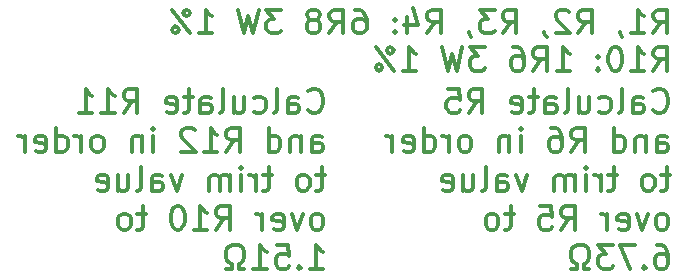
<source format=gbr>
G04 #@! TF.GenerationSoftware,KiCad,Pcbnew,(5.0.0)*
G04 #@! TF.CreationDate,2018-09-29T19:01:10+02:00*
G04 #@! TF.ProjectId,16db attenuator,3136646220617474656E7561746F722E,rev?*
G04 #@! TF.SameCoordinates,Original*
G04 #@! TF.FileFunction,Legend,Bot*
G04 #@! TF.FilePolarity,Positive*
%FSLAX46Y46*%
G04 Gerber Fmt 4.6, Leading zero omitted, Abs format (unit mm)*
G04 Created by KiCad (PCBNEW (5.0.0)) date 09/29/18 19:01:10*
%MOMM*%
%LPD*%
G01*
G04 APERTURE LIST*
%ADD10C,0.300000*%
G04 APERTURE END LIST*
D10*
X147410952Y-103969285D02*
X147506190Y-104064523D01*
X147791904Y-104159761D01*
X147982380Y-104159761D01*
X148268095Y-104064523D01*
X148458571Y-103874047D01*
X148553809Y-103683571D01*
X148649047Y-103302619D01*
X148649047Y-103016904D01*
X148553809Y-102635952D01*
X148458571Y-102445476D01*
X148268095Y-102255000D01*
X147982380Y-102159761D01*
X147791904Y-102159761D01*
X147506190Y-102255000D01*
X147410952Y-102350238D01*
X145696666Y-104159761D02*
X145696666Y-103112142D01*
X145791904Y-102921666D01*
X145982380Y-102826428D01*
X146363333Y-102826428D01*
X146553809Y-102921666D01*
X145696666Y-104064523D02*
X145887142Y-104159761D01*
X146363333Y-104159761D01*
X146553809Y-104064523D01*
X146649047Y-103874047D01*
X146649047Y-103683571D01*
X146553809Y-103493095D01*
X146363333Y-103397857D01*
X145887142Y-103397857D01*
X145696666Y-103302619D01*
X144458571Y-104159761D02*
X144649047Y-104064523D01*
X144744285Y-103874047D01*
X144744285Y-102159761D01*
X142839523Y-104064523D02*
X143030000Y-104159761D01*
X143410952Y-104159761D01*
X143601428Y-104064523D01*
X143696666Y-103969285D01*
X143791904Y-103778809D01*
X143791904Y-103207380D01*
X143696666Y-103016904D01*
X143601428Y-102921666D01*
X143410952Y-102826428D01*
X143030000Y-102826428D01*
X142839523Y-102921666D01*
X141125238Y-102826428D02*
X141125238Y-104159761D01*
X141982380Y-102826428D02*
X141982380Y-103874047D01*
X141887142Y-104064523D01*
X141696666Y-104159761D01*
X141410952Y-104159761D01*
X141220476Y-104064523D01*
X141125238Y-103969285D01*
X139887142Y-104159761D02*
X140077619Y-104064523D01*
X140172857Y-103874047D01*
X140172857Y-102159761D01*
X138268095Y-104159761D02*
X138268095Y-103112142D01*
X138363333Y-102921666D01*
X138553809Y-102826428D01*
X138934761Y-102826428D01*
X139125238Y-102921666D01*
X138268095Y-104064523D02*
X138458571Y-104159761D01*
X138934761Y-104159761D01*
X139125238Y-104064523D01*
X139220476Y-103874047D01*
X139220476Y-103683571D01*
X139125238Y-103493095D01*
X138934761Y-103397857D01*
X138458571Y-103397857D01*
X138268095Y-103302619D01*
X137601428Y-102826428D02*
X136839523Y-102826428D01*
X137315714Y-102159761D02*
X137315714Y-103874047D01*
X137220476Y-104064523D01*
X137030000Y-104159761D01*
X136839523Y-104159761D01*
X135410952Y-104064523D02*
X135601428Y-104159761D01*
X135982380Y-104159761D01*
X136172857Y-104064523D01*
X136268095Y-103874047D01*
X136268095Y-103112142D01*
X136172857Y-102921666D01*
X135982380Y-102826428D01*
X135601428Y-102826428D01*
X135410952Y-102921666D01*
X135315714Y-103112142D01*
X135315714Y-103302619D01*
X136268095Y-103493095D01*
X131791904Y-104159761D02*
X132458571Y-103207380D01*
X132934761Y-104159761D02*
X132934761Y-102159761D01*
X132172857Y-102159761D01*
X131982380Y-102255000D01*
X131887142Y-102350238D01*
X131791904Y-102540714D01*
X131791904Y-102826428D01*
X131887142Y-103016904D01*
X131982380Y-103112142D01*
X132172857Y-103207380D01*
X132934761Y-103207380D01*
X129887142Y-104159761D02*
X131029999Y-104159761D01*
X130458571Y-104159761D02*
X130458571Y-102159761D01*
X130649047Y-102445476D01*
X130839523Y-102635952D01*
X131029999Y-102731190D01*
X127982380Y-104159761D02*
X129125238Y-104159761D01*
X128553809Y-104159761D02*
X128553809Y-102159761D01*
X128744285Y-102445476D01*
X128934761Y-102635952D01*
X129125238Y-102731190D01*
X147696666Y-107459761D02*
X147696666Y-106412142D01*
X147791904Y-106221666D01*
X147982380Y-106126428D01*
X148363333Y-106126428D01*
X148553809Y-106221666D01*
X147696666Y-107364523D02*
X147887142Y-107459761D01*
X148363333Y-107459761D01*
X148553809Y-107364523D01*
X148649047Y-107174047D01*
X148649047Y-106983571D01*
X148553809Y-106793095D01*
X148363333Y-106697857D01*
X147887142Y-106697857D01*
X147696666Y-106602619D01*
X146744285Y-106126428D02*
X146744285Y-107459761D01*
X146744285Y-106316904D02*
X146649047Y-106221666D01*
X146458571Y-106126428D01*
X146172857Y-106126428D01*
X145982380Y-106221666D01*
X145887142Y-106412142D01*
X145887142Y-107459761D01*
X144077619Y-107459761D02*
X144077619Y-105459761D01*
X144077619Y-107364523D02*
X144268095Y-107459761D01*
X144649047Y-107459761D01*
X144839523Y-107364523D01*
X144934761Y-107269285D01*
X145030000Y-107078809D01*
X145030000Y-106507380D01*
X144934761Y-106316904D01*
X144839523Y-106221666D01*
X144649047Y-106126428D01*
X144268095Y-106126428D01*
X144077619Y-106221666D01*
X140458571Y-107459761D02*
X141125238Y-106507380D01*
X141601428Y-107459761D02*
X141601428Y-105459761D01*
X140839523Y-105459761D01*
X140649047Y-105555000D01*
X140553809Y-105650238D01*
X140458571Y-105840714D01*
X140458571Y-106126428D01*
X140553809Y-106316904D01*
X140649047Y-106412142D01*
X140839523Y-106507380D01*
X141601428Y-106507380D01*
X138553809Y-107459761D02*
X139696666Y-107459761D01*
X139125238Y-107459761D02*
X139125238Y-105459761D01*
X139315714Y-105745476D01*
X139506190Y-105935952D01*
X139696666Y-106031190D01*
X137791904Y-105650238D02*
X137696666Y-105555000D01*
X137506190Y-105459761D01*
X137030000Y-105459761D01*
X136839523Y-105555000D01*
X136744285Y-105650238D01*
X136649047Y-105840714D01*
X136649047Y-106031190D01*
X136744285Y-106316904D01*
X137887142Y-107459761D01*
X136649047Y-107459761D01*
X134268095Y-107459761D02*
X134268095Y-106126428D01*
X134268095Y-105459761D02*
X134363333Y-105555000D01*
X134268095Y-105650238D01*
X134172857Y-105555000D01*
X134268095Y-105459761D01*
X134268095Y-105650238D01*
X133315714Y-106126428D02*
X133315714Y-107459761D01*
X133315714Y-106316904D02*
X133220476Y-106221666D01*
X133030000Y-106126428D01*
X132744285Y-106126428D01*
X132553809Y-106221666D01*
X132458571Y-106412142D01*
X132458571Y-107459761D01*
X129696666Y-107459761D02*
X129887142Y-107364523D01*
X129982380Y-107269285D01*
X130077619Y-107078809D01*
X130077619Y-106507380D01*
X129982380Y-106316904D01*
X129887142Y-106221666D01*
X129696666Y-106126428D01*
X129410952Y-106126428D01*
X129220476Y-106221666D01*
X129125238Y-106316904D01*
X129030000Y-106507380D01*
X129030000Y-107078809D01*
X129125238Y-107269285D01*
X129220476Y-107364523D01*
X129410952Y-107459761D01*
X129696666Y-107459761D01*
X128172857Y-107459761D02*
X128172857Y-106126428D01*
X128172857Y-106507380D02*
X128077619Y-106316904D01*
X127982380Y-106221666D01*
X127791904Y-106126428D01*
X127601428Y-106126428D01*
X126077619Y-107459761D02*
X126077619Y-105459761D01*
X126077619Y-107364523D02*
X126268095Y-107459761D01*
X126649047Y-107459761D01*
X126839523Y-107364523D01*
X126934761Y-107269285D01*
X127030000Y-107078809D01*
X127030000Y-106507380D01*
X126934761Y-106316904D01*
X126839523Y-106221666D01*
X126649047Y-106126428D01*
X126268095Y-106126428D01*
X126077619Y-106221666D01*
X124363333Y-107364523D02*
X124553809Y-107459761D01*
X124934761Y-107459761D01*
X125125238Y-107364523D01*
X125220476Y-107174047D01*
X125220476Y-106412142D01*
X125125238Y-106221666D01*
X124934761Y-106126428D01*
X124553809Y-106126428D01*
X124363333Y-106221666D01*
X124268095Y-106412142D01*
X124268095Y-106602619D01*
X125220476Y-106793095D01*
X123410952Y-107459761D02*
X123410952Y-106126428D01*
X123410952Y-106507380D02*
X123315714Y-106316904D01*
X123220476Y-106221666D01*
X123030000Y-106126428D01*
X122839523Y-106126428D01*
X148839523Y-109426428D02*
X148077619Y-109426428D01*
X148553809Y-108759761D02*
X148553809Y-110474047D01*
X148458571Y-110664523D01*
X148268095Y-110759761D01*
X148077619Y-110759761D01*
X147125238Y-110759761D02*
X147315714Y-110664523D01*
X147410952Y-110569285D01*
X147506190Y-110378809D01*
X147506190Y-109807380D01*
X147410952Y-109616904D01*
X147315714Y-109521666D01*
X147125238Y-109426428D01*
X146839523Y-109426428D01*
X146649047Y-109521666D01*
X146553809Y-109616904D01*
X146458571Y-109807380D01*
X146458571Y-110378809D01*
X146553809Y-110569285D01*
X146649047Y-110664523D01*
X146839523Y-110759761D01*
X147125238Y-110759761D01*
X144363333Y-109426428D02*
X143601428Y-109426428D01*
X144077619Y-108759761D02*
X144077619Y-110474047D01*
X143982380Y-110664523D01*
X143791904Y-110759761D01*
X143601428Y-110759761D01*
X142934761Y-110759761D02*
X142934761Y-109426428D01*
X142934761Y-109807380D02*
X142839523Y-109616904D01*
X142744285Y-109521666D01*
X142553809Y-109426428D01*
X142363333Y-109426428D01*
X141696666Y-110759761D02*
X141696666Y-109426428D01*
X141696666Y-108759761D02*
X141791904Y-108855000D01*
X141696666Y-108950238D01*
X141601428Y-108855000D01*
X141696666Y-108759761D01*
X141696666Y-108950238D01*
X140744285Y-110759761D02*
X140744285Y-109426428D01*
X140744285Y-109616904D02*
X140649047Y-109521666D01*
X140458571Y-109426428D01*
X140172857Y-109426428D01*
X139982380Y-109521666D01*
X139887142Y-109712142D01*
X139887142Y-110759761D01*
X139887142Y-109712142D02*
X139791904Y-109521666D01*
X139601428Y-109426428D01*
X139315714Y-109426428D01*
X139125238Y-109521666D01*
X139030000Y-109712142D01*
X139030000Y-110759761D01*
X136744285Y-109426428D02*
X136268095Y-110759761D01*
X135791904Y-109426428D01*
X134172857Y-110759761D02*
X134172857Y-109712142D01*
X134268095Y-109521666D01*
X134458571Y-109426428D01*
X134839523Y-109426428D01*
X135030000Y-109521666D01*
X134172857Y-110664523D02*
X134363333Y-110759761D01*
X134839523Y-110759761D01*
X135030000Y-110664523D01*
X135125238Y-110474047D01*
X135125238Y-110283571D01*
X135030000Y-110093095D01*
X134839523Y-109997857D01*
X134363333Y-109997857D01*
X134172857Y-109902619D01*
X132934761Y-110759761D02*
X133125238Y-110664523D01*
X133220476Y-110474047D01*
X133220476Y-108759761D01*
X131315714Y-109426428D02*
X131315714Y-110759761D01*
X132172857Y-109426428D02*
X132172857Y-110474047D01*
X132077619Y-110664523D01*
X131887142Y-110759761D01*
X131601428Y-110759761D01*
X131410952Y-110664523D01*
X131315714Y-110569285D01*
X129601428Y-110664523D02*
X129791904Y-110759761D01*
X130172857Y-110759761D01*
X130363333Y-110664523D01*
X130458571Y-110474047D01*
X130458571Y-109712142D01*
X130363333Y-109521666D01*
X130172857Y-109426428D01*
X129791904Y-109426428D01*
X129601428Y-109521666D01*
X129506190Y-109712142D01*
X129506190Y-109902619D01*
X130458571Y-110093095D01*
X148268095Y-114059761D02*
X148458571Y-113964523D01*
X148553809Y-113869285D01*
X148649047Y-113678809D01*
X148649047Y-113107380D01*
X148553809Y-112916904D01*
X148458571Y-112821666D01*
X148268095Y-112726428D01*
X147982380Y-112726428D01*
X147791904Y-112821666D01*
X147696666Y-112916904D01*
X147601428Y-113107380D01*
X147601428Y-113678809D01*
X147696666Y-113869285D01*
X147791904Y-113964523D01*
X147982380Y-114059761D01*
X148268095Y-114059761D01*
X146934761Y-112726428D02*
X146458571Y-114059761D01*
X145982380Y-112726428D01*
X144458571Y-113964523D02*
X144649047Y-114059761D01*
X145030000Y-114059761D01*
X145220476Y-113964523D01*
X145315714Y-113774047D01*
X145315714Y-113012142D01*
X145220476Y-112821666D01*
X145030000Y-112726428D01*
X144649047Y-112726428D01*
X144458571Y-112821666D01*
X144363333Y-113012142D01*
X144363333Y-113202619D01*
X145315714Y-113393095D01*
X143506190Y-114059761D02*
X143506190Y-112726428D01*
X143506190Y-113107380D02*
X143410952Y-112916904D01*
X143315714Y-112821666D01*
X143125238Y-112726428D01*
X142934761Y-112726428D01*
X139601428Y-114059761D02*
X140268095Y-113107380D01*
X140744285Y-114059761D02*
X140744285Y-112059761D01*
X139982380Y-112059761D01*
X139791904Y-112155000D01*
X139696666Y-112250238D01*
X139601428Y-112440714D01*
X139601428Y-112726428D01*
X139696666Y-112916904D01*
X139791904Y-113012142D01*
X139982380Y-113107380D01*
X140744285Y-113107380D01*
X137696666Y-114059761D02*
X138839523Y-114059761D01*
X138268095Y-114059761D02*
X138268095Y-112059761D01*
X138458571Y-112345476D01*
X138649047Y-112535952D01*
X138839523Y-112631190D01*
X136458571Y-112059761D02*
X136268095Y-112059761D01*
X136077619Y-112155000D01*
X135982380Y-112250238D01*
X135887142Y-112440714D01*
X135791904Y-112821666D01*
X135791904Y-113297857D01*
X135887142Y-113678809D01*
X135982380Y-113869285D01*
X136077619Y-113964523D01*
X136268095Y-114059761D01*
X136458571Y-114059761D01*
X136649047Y-113964523D01*
X136744285Y-113869285D01*
X136839523Y-113678809D01*
X136934761Y-113297857D01*
X136934761Y-112821666D01*
X136839523Y-112440714D01*
X136744285Y-112250238D01*
X136649047Y-112155000D01*
X136458571Y-112059761D01*
X133696666Y-112726428D02*
X132934761Y-112726428D01*
X133410952Y-112059761D02*
X133410952Y-113774047D01*
X133315714Y-113964523D01*
X133125238Y-114059761D01*
X132934761Y-114059761D01*
X131982380Y-114059761D02*
X132172857Y-113964523D01*
X132268095Y-113869285D01*
X132363333Y-113678809D01*
X132363333Y-113107380D01*
X132268095Y-112916904D01*
X132172857Y-112821666D01*
X131982380Y-112726428D01*
X131696666Y-112726428D01*
X131506190Y-112821666D01*
X131410952Y-112916904D01*
X131315714Y-113107380D01*
X131315714Y-113678809D01*
X131410952Y-113869285D01*
X131506190Y-113964523D01*
X131696666Y-114059761D01*
X131982380Y-114059761D01*
X147506190Y-117359761D02*
X148649047Y-117359761D01*
X148077619Y-117359761D02*
X148077619Y-115359761D01*
X148268095Y-115645476D01*
X148458571Y-115835952D01*
X148649047Y-115931190D01*
X146649047Y-117169285D02*
X146553809Y-117264523D01*
X146649047Y-117359761D01*
X146744285Y-117264523D01*
X146649047Y-117169285D01*
X146649047Y-117359761D01*
X144744285Y-115359761D02*
X145696666Y-115359761D01*
X145791904Y-116312142D01*
X145696666Y-116216904D01*
X145506190Y-116121666D01*
X145030000Y-116121666D01*
X144839523Y-116216904D01*
X144744285Y-116312142D01*
X144649047Y-116502619D01*
X144649047Y-116978809D01*
X144744285Y-117169285D01*
X144839523Y-117264523D01*
X145030000Y-117359761D01*
X145506190Y-117359761D01*
X145696666Y-117264523D01*
X145791904Y-117169285D01*
X142744285Y-117359761D02*
X143887142Y-117359761D01*
X143315714Y-117359761D02*
X143315714Y-115359761D01*
X143506190Y-115645476D01*
X143696666Y-115835952D01*
X143887142Y-115931190D01*
X141982380Y-117359761D02*
X141506190Y-117359761D01*
X141506190Y-116978809D01*
X141696666Y-116883571D01*
X141887142Y-116693095D01*
X141982380Y-116407380D01*
X141982380Y-115931190D01*
X141887142Y-115645476D01*
X141696666Y-115455000D01*
X141410952Y-115359761D01*
X141030000Y-115359761D01*
X140744285Y-115455000D01*
X140553809Y-115645476D01*
X140458571Y-115931190D01*
X140458571Y-116407380D01*
X140553809Y-116693095D01*
X140744285Y-116883571D01*
X140934761Y-116978809D01*
X140934761Y-117359761D01*
X140458571Y-117359761D01*
X176620952Y-103969285D02*
X176716190Y-104064523D01*
X177001904Y-104159761D01*
X177192380Y-104159761D01*
X177478095Y-104064523D01*
X177668571Y-103874047D01*
X177763809Y-103683571D01*
X177859047Y-103302619D01*
X177859047Y-103016904D01*
X177763809Y-102635952D01*
X177668571Y-102445476D01*
X177478095Y-102255000D01*
X177192380Y-102159761D01*
X177001904Y-102159761D01*
X176716190Y-102255000D01*
X176620952Y-102350238D01*
X174906666Y-104159761D02*
X174906666Y-103112142D01*
X175001904Y-102921666D01*
X175192380Y-102826428D01*
X175573333Y-102826428D01*
X175763809Y-102921666D01*
X174906666Y-104064523D02*
X175097142Y-104159761D01*
X175573333Y-104159761D01*
X175763809Y-104064523D01*
X175859047Y-103874047D01*
X175859047Y-103683571D01*
X175763809Y-103493095D01*
X175573333Y-103397857D01*
X175097142Y-103397857D01*
X174906666Y-103302619D01*
X173668571Y-104159761D02*
X173859047Y-104064523D01*
X173954285Y-103874047D01*
X173954285Y-102159761D01*
X172049523Y-104064523D02*
X172240000Y-104159761D01*
X172620952Y-104159761D01*
X172811428Y-104064523D01*
X172906666Y-103969285D01*
X173001904Y-103778809D01*
X173001904Y-103207380D01*
X172906666Y-103016904D01*
X172811428Y-102921666D01*
X172620952Y-102826428D01*
X172240000Y-102826428D01*
X172049523Y-102921666D01*
X170335238Y-102826428D02*
X170335238Y-104159761D01*
X171192380Y-102826428D02*
X171192380Y-103874047D01*
X171097142Y-104064523D01*
X170906666Y-104159761D01*
X170620952Y-104159761D01*
X170430476Y-104064523D01*
X170335238Y-103969285D01*
X169097142Y-104159761D02*
X169287619Y-104064523D01*
X169382857Y-103874047D01*
X169382857Y-102159761D01*
X167478095Y-104159761D02*
X167478095Y-103112142D01*
X167573333Y-102921666D01*
X167763809Y-102826428D01*
X168144761Y-102826428D01*
X168335238Y-102921666D01*
X167478095Y-104064523D02*
X167668571Y-104159761D01*
X168144761Y-104159761D01*
X168335238Y-104064523D01*
X168430476Y-103874047D01*
X168430476Y-103683571D01*
X168335238Y-103493095D01*
X168144761Y-103397857D01*
X167668571Y-103397857D01*
X167478095Y-103302619D01*
X166811428Y-102826428D02*
X166049523Y-102826428D01*
X166525714Y-102159761D02*
X166525714Y-103874047D01*
X166430476Y-104064523D01*
X166240000Y-104159761D01*
X166049523Y-104159761D01*
X164620952Y-104064523D02*
X164811428Y-104159761D01*
X165192380Y-104159761D01*
X165382857Y-104064523D01*
X165478095Y-103874047D01*
X165478095Y-103112142D01*
X165382857Y-102921666D01*
X165192380Y-102826428D01*
X164811428Y-102826428D01*
X164620952Y-102921666D01*
X164525714Y-103112142D01*
X164525714Y-103302619D01*
X165478095Y-103493095D01*
X161001904Y-104159761D02*
X161668571Y-103207380D01*
X162144761Y-104159761D02*
X162144761Y-102159761D01*
X161382857Y-102159761D01*
X161192380Y-102255000D01*
X161097142Y-102350238D01*
X161001904Y-102540714D01*
X161001904Y-102826428D01*
X161097142Y-103016904D01*
X161192380Y-103112142D01*
X161382857Y-103207380D01*
X162144761Y-103207380D01*
X159192380Y-102159761D02*
X160144761Y-102159761D01*
X160240000Y-103112142D01*
X160144761Y-103016904D01*
X159954285Y-102921666D01*
X159478095Y-102921666D01*
X159287619Y-103016904D01*
X159192380Y-103112142D01*
X159097142Y-103302619D01*
X159097142Y-103778809D01*
X159192380Y-103969285D01*
X159287619Y-104064523D01*
X159478095Y-104159761D01*
X159954285Y-104159761D01*
X160144761Y-104064523D01*
X160240000Y-103969285D01*
X176906666Y-107459761D02*
X176906666Y-106412142D01*
X177001904Y-106221666D01*
X177192380Y-106126428D01*
X177573333Y-106126428D01*
X177763809Y-106221666D01*
X176906666Y-107364523D02*
X177097142Y-107459761D01*
X177573333Y-107459761D01*
X177763809Y-107364523D01*
X177859047Y-107174047D01*
X177859047Y-106983571D01*
X177763809Y-106793095D01*
X177573333Y-106697857D01*
X177097142Y-106697857D01*
X176906666Y-106602619D01*
X175954285Y-106126428D02*
X175954285Y-107459761D01*
X175954285Y-106316904D02*
X175859047Y-106221666D01*
X175668571Y-106126428D01*
X175382857Y-106126428D01*
X175192380Y-106221666D01*
X175097142Y-106412142D01*
X175097142Y-107459761D01*
X173287619Y-107459761D02*
X173287619Y-105459761D01*
X173287619Y-107364523D02*
X173478095Y-107459761D01*
X173859047Y-107459761D01*
X174049523Y-107364523D01*
X174144761Y-107269285D01*
X174240000Y-107078809D01*
X174240000Y-106507380D01*
X174144761Y-106316904D01*
X174049523Y-106221666D01*
X173859047Y-106126428D01*
X173478095Y-106126428D01*
X173287619Y-106221666D01*
X169668571Y-107459761D02*
X170335238Y-106507380D01*
X170811428Y-107459761D02*
X170811428Y-105459761D01*
X170049523Y-105459761D01*
X169859047Y-105555000D01*
X169763809Y-105650238D01*
X169668571Y-105840714D01*
X169668571Y-106126428D01*
X169763809Y-106316904D01*
X169859047Y-106412142D01*
X170049523Y-106507380D01*
X170811428Y-106507380D01*
X167954285Y-105459761D02*
X168335238Y-105459761D01*
X168525714Y-105555000D01*
X168620952Y-105650238D01*
X168811428Y-105935952D01*
X168906666Y-106316904D01*
X168906666Y-107078809D01*
X168811428Y-107269285D01*
X168716190Y-107364523D01*
X168525714Y-107459761D01*
X168144761Y-107459761D01*
X167954285Y-107364523D01*
X167859047Y-107269285D01*
X167763809Y-107078809D01*
X167763809Y-106602619D01*
X167859047Y-106412142D01*
X167954285Y-106316904D01*
X168144761Y-106221666D01*
X168525714Y-106221666D01*
X168716190Y-106316904D01*
X168811428Y-106412142D01*
X168906666Y-106602619D01*
X165382857Y-107459761D02*
X165382857Y-106126428D01*
X165382857Y-105459761D02*
X165478095Y-105555000D01*
X165382857Y-105650238D01*
X165287619Y-105555000D01*
X165382857Y-105459761D01*
X165382857Y-105650238D01*
X164430476Y-106126428D02*
X164430476Y-107459761D01*
X164430476Y-106316904D02*
X164335238Y-106221666D01*
X164144761Y-106126428D01*
X163859047Y-106126428D01*
X163668571Y-106221666D01*
X163573333Y-106412142D01*
X163573333Y-107459761D01*
X160811428Y-107459761D02*
X161001904Y-107364523D01*
X161097142Y-107269285D01*
X161192380Y-107078809D01*
X161192380Y-106507380D01*
X161097142Y-106316904D01*
X161001904Y-106221666D01*
X160811428Y-106126428D01*
X160525714Y-106126428D01*
X160335238Y-106221666D01*
X160240000Y-106316904D01*
X160144761Y-106507380D01*
X160144761Y-107078809D01*
X160240000Y-107269285D01*
X160335238Y-107364523D01*
X160525714Y-107459761D01*
X160811428Y-107459761D01*
X159287619Y-107459761D02*
X159287619Y-106126428D01*
X159287619Y-106507380D02*
X159192380Y-106316904D01*
X159097142Y-106221666D01*
X158906666Y-106126428D01*
X158716190Y-106126428D01*
X157192380Y-107459761D02*
X157192380Y-105459761D01*
X157192380Y-107364523D02*
X157382857Y-107459761D01*
X157763809Y-107459761D01*
X157954285Y-107364523D01*
X158049523Y-107269285D01*
X158144761Y-107078809D01*
X158144761Y-106507380D01*
X158049523Y-106316904D01*
X157954285Y-106221666D01*
X157763809Y-106126428D01*
X157382857Y-106126428D01*
X157192380Y-106221666D01*
X155478095Y-107364523D02*
X155668571Y-107459761D01*
X156049523Y-107459761D01*
X156240000Y-107364523D01*
X156335238Y-107174047D01*
X156335238Y-106412142D01*
X156240000Y-106221666D01*
X156049523Y-106126428D01*
X155668571Y-106126428D01*
X155478095Y-106221666D01*
X155382857Y-106412142D01*
X155382857Y-106602619D01*
X156335238Y-106793095D01*
X154525714Y-107459761D02*
X154525714Y-106126428D01*
X154525714Y-106507380D02*
X154430476Y-106316904D01*
X154335238Y-106221666D01*
X154144761Y-106126428D01*
X153954285Y-106126428D01*
X178049523Y-109426428D02*
X177287619Y-109426428D01*
X177763809Y-108759761D02*
X177763809Y-110474047D01*
X177668571Y-110664523D01*
X177478095Y-110759761D01*
X177287619Y-110759761D01*
X176335238Y-110759761D02*
X176525714Y-110664523D01*
X176620952Y-110569285D01*
X176716190Y-110378809D01*
X176716190Y-109807380D01*
X176620952Y-109616904D01*
X176525714Y-109521666D01*
X176335238Y-109426428D01*
X176049523Y-109426428D01*
X175859047Y-109521666D01*
X175763809Y-109616904D01*
X175668571Y-109807380D01*
X175668571Y-110378809D01*
X175763809Y-110569285D01*
X175859047Y-110664523D01*
X176049523Y-110759761D01*
X176335238Y-110759761D01*
X173573333Y-109426428D02*
X172811428Y-109426428D01*
X173287619Y-108759761D02*
X173287619Y-110474047D01*
X173192380Y-110664523D01*
X173001904Y-110759761D01*
X172811428Y-110759761D01*
X172144761Y-110759761D02*
X172144761Y-109426428D01*
X172144761Y-109807380D02*
X172049523Y-109616904D01*
X171954285Y-109521666D01*
X171763809Y-109426428D01*
X171573333Y-109426428D01*
X170906666Y-110759761D02*
X170906666Y-109426428D01*
X170906666Y-108759761D02*
X171001904Y-108855000D01*
X170906666Y-108950238D01*
X170811428Y-108855000D01*
X170906666Y-108759761D01*
X170906666Y-108950238D01*
X169954285Y-110759761D02*
X169954285Y-109426428D01*
X169954285Y-109616904D02*
X169859047Y-109521666D01*
X169668571Y-109426428D01*
X169382857Y-109426428D01*
X169192380Y-109521666D01*
X169097142Y-109712142D01*
X169097142Y-110759761D01*
X169097142Y-109712142D02*
X169001904Y-109521666D01*
X168811428Y-109426428D01*
X168525714Y-109426428D01*
X168335238Y-109521666D01*
X168240000Y-109712142D01*
X168240000Y-110759761D01*
X165954285Y-109426428D02*
X165478095Y-110759761D01*
X165001904Y-109426428D01*
X163382857Y-110759761D02*
X163382857Y-109712142D01*
X163478095Y-109521666D01*
X163668571Y-109426428D01*
X164049523Y-109426428D01*
X164240000Y-109521666D01*
X163382857Y-110664523D02*
X163573333Y-110759761D01*
X164049523Y-110759761D01*
X164240000Y-110664523D01*
X164335238Y-110474047D01*
X164335238Y-110283571D01*
X164240000Y-110093095D01*
X164049523Y-109997857D01*
X163573333Y-109997857D01*
X163382857Y-109902619D01*
X162144761Y-110759761D02*
X162335238Y-110664523D01*
X162430476Y-110474047D01*
X162430476Y-108759761D01*
X160525714Y-109426428D02*
X160525714Y-110759761D01*
X161382857Y-109426428D02*
X161382857Y-110474047D01*
X161287619Y-110664523D01*
X161097142Y-110759761D01*
X160811428Y-110759761D01*
X160620952Y-110664523D01*
X160525714Y-110569285D01*
X158811428Y-110664523D02*
X159001904Y-110759761D01*
X159382857Y-110759761D01*
X159573333Y-110664523D01*
X159668571Y-110474047D01*
X159668571Y-109712142D01*
X159573333Y-109521666D01*
X159382857Y-109426428D01*
X159001904Y-109426428D01*
X158811428Y-109521666D01*
X158716190Y-109712142D01*
X158716190Y-109902619D01*
X159668571Y-110093095D01*
X177478095Y-114059761D02*
X177668571Y-113964523D01*
X177763809Y-113869285D01*
X177859047Y-113678809D01*
X177859047Y-113107380D01*
X177763809Y-112916904D01*
X177668571Y-112821666D01*
X177478095Y-112726428D01*
X177192380Y-112726428D01*
X177001904Y-112821666D01*
X176906666Y-112916904D01*
X176811428Y-113107380D01*
X176811428Y-113678809D01*
X176906666Y-113869285D01*
X177001904Y-113964523D01*
X177192380Y-114059761D01*
X177478095Y-114059761D01*
X176144761Y-112726428D02*
X175668571Y-114059761D01*
X175192380Y-112726428D01*
X173668571Y-113964523D02*
X173859047Y-114059761D01*
X174240000Y-114059761D01*
X174430476Y-113964523D01*
X174525714Y-113774047D01*
X174525714Y-113012142D01*
X174430476Y-112821666D01*
X174240000Y-112726428D01*
X173859047Y-112726428D01*
X173668571Y-112821666D01*
X173573333Y-113012142D01*
X173573333Y-113202619D01*
X174525714Y-113393095D01*
X172716190Y-114059761D02*
X172716190Y-112726428D01*
X172716190Y-113107380D02*
X172620952Y-112916904D01*
X172525714Y-112821666D01*
X172335238Y-112726428D01*
X172144761Y-112726428D01*
X168811428Y-114059761D02*
X169478095Y-113107380D01*
X169954285Y-114059761D02*
X169954285Y-112059761D01*
X169192380Y-112059761D01*
X169001904Y-112155000D01*
X168906666Y-112250238D01*
X168811428Y-112440714D01*
X168811428Y-112726428D01*
X168906666Y-112916904D01*
X169001904Y-113012142D01*
X169192380Y-113107380D01*
X169954285Y-113107380D01*
X167001904Y-112059761D02*
X167954285Y-112059761D01*
X168049523Y-113012142D01*
X167954285Y-112916904D01*
X167763809Y-112821666D01*
X167287619Y-112821666D01*
X167097142Y-112916904D01*
X167001904Y-113012142D01*
X166906666Y-113202619D01*
X166906666Y-113678809D01*
X167001904Y-113869285D01*
X167097142Y-113964523D01*
X167287619Y-114059761D01*
X167763809Y-114059761D01*
X167954285Y-113964523D01*
X168049523Y-113869285D01*
X164811428Y-112726428D02*
X164049523Y-112726428D01*
X164525714Y-112059761D02*
X164525714Y-113774047D01*
X164430476Y-113964523D01*
X164239999Y-114059761D01*
X164049523Y-114059761D01*
X163097142Y-114059761D02*
X163287619Y-113964523D01*
X163382857Y-113869285D01*
X163478095Y-113678809D01*
X163478095Y-113107380D01*
X163382857Y-112916904D01*
X163287619Y-112821666D01*
X163097142Y-112726428D01*
X162811428Y-112726428D01*
X162620952Y-112821666D01*
X162525714Y-112916904D01*
X162430476Y-113107380D01*
X162430476Y-113678809D01*
X162525714Y-113869285D01*
X162620952Y-113964523D01*
X162811428Y-114059761D01*
X163097142Y-114059761D01*
X176906666Y-115359761D02*
X177287619Y-115359761D01*
X177478095Y-115455000D01*
X177573333Y-115550238D01*
X177763809Y-115835952D01*
X177859047Y-116216904D01*
X177859047Y-116978809D01*
X177763809Y-117169285D01*
X177668571Y-117264523D01*
X177478095Y-117359761D01*
X177097142Y-117359761D01*
X176906666Y-117264523D01*
X176811428Y-117169285D01*
X176716190Y-116978809D01*
X176716190Y-116502619D01*
X176811428Y-116312142D01*
X176906666Y-116216904D01*
X177097142Y-116121666D01*
X177478095Y-116121666D01*
X177668571Y-116216904D01*
X177763809Y-116312142D01*
X177859047Y-116502619D01*
X175859047Y-117169285D02*
X175763809Y-117264523D01*
X175859047Y-117359761D01*
X175954285Y-117264523D01*
X175859047Y-117169285D01*
X175859047Y-117359761D01*
X175097142Y-115359761D02*
X173763809Y-115359761D01*
X174620952Y-117359761D01*
X173192380Y-115359761D02*
X171954285Y-115359761D01*
X172620952Y-116121666D01*
X172335238Y-116121666D01*
X172144761Y-116216904D01*
X172049523Y-116312142D01*
X171954285Y-116502619D01*
X171954285Y-116978809D01*
X172049523Y-117169285D01*
X172144761Y-117264523D01*
X172335238Y-117359761D01*
X172906666Y-117359761D01*
X173097142Y-117264523D01*
X173192380Y-117169285D01*
X171192380Y-117359761D02*
X170716190Y-117359761D01*
X170716190Y-116978809D01*
X170906666Y-116883571D01*
X171097142Y-116693095D01*
X171192380Y-116407380D01*
X171192380Y-115931190D01*
X171097142Y-115645476D01*
X170906666Y-115455000D01*
X170620952Y-115359761D01*
X170240000Y-115359761D01*
X169954285Y-115455000D01*
X169763809Y-115645476D01*
X169668571Y-115931190D01*
X169668571Y-116407380D01*
X169763809Y-116693095D01*
X169954285Y-116883571D01*
X170144761Y-116978809D01*
X170144761Y-117359761D01*
X169668571Y-117359761D01*
X176620952Y-100599761D02*
X177287619Y-99647380D01*
X177763809Y-100599761D02*
X177763809Y-98599761D01*
X177001904Y-98599761D01*
X176811428Y-98695000D01*
X176716190Y-98790238D01*
X176620952Y-98980714D01*
X176620952Y-99266428D01*
X176716190Y-99456904D01*
X176811428Y-99552142D01*
X177001904Y-99647380D01*
X177763809Y-99647380D01*
X174716190Y-100599761D02*
X175859047Y-100599761D01*
X175287619Y-100599761D02*
X175287619Y-98599761D01*
X175478095Y-98885476D01*
X175668571Y-99075952D01*
X175859047Y-99171190D01*
X173478095Y-98599761D02*
X173287619Y-98599761D01*
X173097142Y-98695000D01*
X173001904Y-98790238D01*
X172906666Y-98980714D01*
X172811428Y-99361666D01*
X172811428Y-99837857D01*
X172906666Y-100218809D01*
X173001904Y-100409285D01*
X173097142Y-100504523D01*
X173287619Y-100599761D01*
X173478095Y-100599761D01*
X173668571Y-100504523D01*
X173763809Y-100409285D01*
X173859047Y-100218809D01*
X173954285Y-99837857D01*
X173954285Y-99361666D01*
X173859047Y-98980714D01*
X173763809Y-98790238D01*
X173668571Y-98695000D01*
X173478095Y-98599761D01*
X171954285Y-100409285D02*
X171859047Y-100504523D01*
X171954285Y-100599761D01*
X172049523Y-100504523D01*
X171954285Y-100409285D01*
X171954285Y-100599761D01*
X171954285Y-99361666D02*
X171859047Y-99456904D01*
X171954285Y-99552142D01*
X172049523Y-99456904D01*
X171954285Y-99361666D01*
X171954285Y-99552142D01*
X168430476Y-100599761D02*
X169573333Y-100599761D01*
X169001904Y-100599761D02*
X169001904Y-98599761D01*
X169192380Y-98885476D01*
X169382857Y-99075952D01*
X169573333Y-99171190D01*
X166430476Y-100599761D02*
X167097142Y-99647380D01*
X167573333Y-100599761D02*
X167573333Y-98599761D01*
X166811428Y-98599761D01*
X166620952Y-98695000D01*
X166525714Y-98790238D01*
X166430476Y-98980714D01*
X166430476Y-99266428D01*
X166525714Y-99456904D01*
X166620952Y-99552142D01*
X166811428Y-99647380D01*
X167573333Y-99647380D01*
X164716190Y-98599761D02*
X165097142Y-98599761D01*
X165287619Y-98695000D01*
X165382857Y-98790238D01*
X165573333Y-99075952D01*
X165668571Y-99456904D01*
X165668571Y-100218809D01*
X165573333Y-100409285D01*
X165478095Y-100504523D01*
X165287619Y-100599761D01*
X164906666Y-100599761D01*
X164716190Y-100504523D01*
X164620952Y-100409285D01*
X164525714Y-100218809D01*
X164525714Y-99742619D01*
X164620952Y-99552142D01*
X164716190Y-99456904D01*
X164906666Y-99361666D01*
X165287619Y-99361666D01*
X165478095Y-99456904D01*
X165573333Y-99552142D01*
X165668571Y-99742619D01*
X162335238Y-98599761D02*
X161097142Y-98599761D01*
X161763809Y-99361666D01*
X161478095Y-99361666D01*
X161287619Y-99456904D01*
X161192380Y-99552142D01*
X161097142Y-99742619D01*
X161097142Y-100218809D01*
X161192380Y-100409285D01*
X161287619Y-100504523D01*
X161478095Y-100599761D01*
X162049523Y-100599761D01*
X162240000Y-100504523D01*
X162335238Y-100409285D01*
X160430476Y-98599761D02*
X159954285Y-100599761D01*
X159573333Y-99171190D01*
X159192380Y-100599761D01*
X158716190Y-98599761D01*
X155382857Y-100599761D02*
X156525714Y-100599761D01*
X155954285Y-100599761D02*
X155954285Y-98599761D01*
X156144761Y-98885476D01*
X156335238Y-99075952D01*
X156525714Y-99171190D01*
X154620952Y-100599761D02*
X153097142Y-98599761D01*
X154335238Y-98599761D02*
X154144761Y-98695000D01*
X154049523Y-98885476D01*
X154144761Y-99075952D01*
X154335238Y-99171190D01*
X154525714Y-99075952D01*
X154620952Y-98885476D01*
X154525714Y-98695000D01*
X154335238Y-98599761D01*
X153192380Y-100504523D02*
X153097142Y-100314047D01*
X153192380Y-100123571D01*
X153382857Y-100028333D01*
X153573333Y-100123571D01*
X153668571Y-100314047D01*
X153573333Y-100504523D01*
X153382857Y-100599761D01*
X153192380Y-100504523D01*
X176620952Y-97424761D02*
X177287619Y-96472380D01*
X177763809Y-97424761D02*
X177763809Y-95424761D01*
X177001904Y-95424761D01*
X176811428Y-95520000D01*
X176716190Y-95615238D01*
X176620952Y-95805714D01*
X176620952Y-96091428D01*
X176716190Y-96281904D01*
X176811428Y-96377142D01*
X177001904Y-96472380D01*
X177763809Y-96472380D01*
X174716190Y-97424761D02*
X175859047Y-97424761D01*
X175287619Y-97424761D02*
X175287619Y-95424761D01*
X175478095Y-95710476D01*
X175668571Y-95900952D01*
X175859047Y-95996190D01*
X173763809Y-97329523D02*
X173763809Y-97424761D01*
X173859047Y-97615238D01*
X173954285Y-97710476D01*
X170240000Y-97424761D02*
X170906666Y-96472380D01*
X171382857Y-97424761D02*
X171382857Y-95424761D01*
X170620952Y-95424761D01*
X170430476Y-95520000D01*
X170335238Y-95615238D01*
X170240000Y-95805714D01*
X170240000Y-96091428D01*
X170335238Y-96281904D01*
X170430476Y-96377142D01*
X170620952Y-96472380D01*
X171382857Y-96472380D01*
X169478095Y-95615238D02*
X169382857Y-95520000D01*
X169192380Y-95424761D01*
X168716190Y-95424761D01*
X168525714Y-95520000D01*
X168430476Y-95615238D01*
X168335238Y-95805714D01*
X168335238Y-95996190D01*
X168430476Y-96281904D01*
X169573333Y-97424761D01*
X168335238Y-97424761D01*
X167382857Y-97329523D02*
X167382857Y-97424761D01*
X167478095Y-97615238D01*
X167573333Y-97710476D01*
X163859047Y-97424761D02*
X164525714Y-96472380D01*
X165001904Y-97424761D02*
X165001904Y-95424761D01*
X164240000Y-95424761D01*
X164049523Y-95520000D01*
X163954285Y-95615238D01*
X163859047Y-95805714D01*
X163859047Y-96091428D01*
X163954285Y-96281904D01*
X164049523Y-96377142D01*
X164240000Y-96472380D01*
X165001904Y-96472380D01*
X163192380Y-95424761D02*
X161954285Y-95424761D01*
X162620952Y-96186666D01*
X162335238Y-96186666D01*
X162144761Y-96281904D01*
X162049523Y-96377142D01*
X161954285Y-96567619D01*
X161954285Y-97043809D01*
X162049523Y-97234285D01*
X162144761Y-97329523D01*
X162335238Y-97424761D01*
X162906666Y-97424761D01*
X163097142Y-97329523D01*
X163192380Y-97234285D01*
X161001904Y-97329523D02*
X161001904Y-97424761D01*
X161097142Y-97615238D01*
X161192380Y-97710476D01*
X157478095Y-97424761D02*
X158144761Y-96472380D01*
X158620952Y-97424761D02*
X158620952Y-95424761D01*
X157859047Y-95424761D01*
X157668571Y-95520000D01*
X157573333Y-95615238D01*
X157478095Y-95805714D01*
X157478095Y-96091428D01*
X157573333Y-96281904D01*
X157668571Y-96377142D01*
X157859047Y-96472380D01*
X158620952Y-96472380D01*
X155763809Y-96091428D02*
X155763809Y-97424761D01*
X156240000Y-95329523D02*
X156716190Y-96758095D01*
X155478095Y-96758095D01*
X154716190Y-97234285D02*
X154620952Y-97329523D01*
X154716190Y-97424761D01*
X154811428Y-97329523D01*
X154716190Y-97234285D01*
X154716190Y-97424761D01*
X154716190Y-96186666D02*
X154620952Y-96281904D01*
X154716190Y-96377142D01*
X154811428Y-96281904D01*
X154716190Y-96186666D01*
X154716190Y-96377142D01*
X151382857Y-95424761D02*
X151763809Y-95424761D01*
X151954285Y-95520000D01*
X152049523Y-95615238D01*
X152240000Y-95900952D01*
X152335238Y-96281904D01*
X152335238Y-97043809D01*
X152240000Y-97234285D01*
X152144761Y-97329523D01*
X151954285Y-97424761D01*
X151573333Y-97424761D01*
X151382857Y-97329523D01*
X151287619Y-97234285D01*
X151192380Y-97043809D01*
X151192380Y-96567619D01*
X151287619Y-96377142D01*
X151382857Y-96281904D01*
X151573333Y-96186666D01*
X151954285Y-96186666D01*
X152144761Y-96281904D01*
X152240000Y-96377142D01*
X152335238Y-96567619D01*
X149192380Y-97424761D02*
X149859047Y-96472380D01*
X150335238Y-97424761D02*
X150335238Y-95424761D01*
X149573333Y-95424761D01*
X149382857Y-95520000D01*
X149287619Y-95615238D01*
X149192380Y-95805714D01*
X149192380Y-96091428D01*
X149287619Y-96281904D01*
X149382857Y-96377142D01*
X149573333Y-96472380D01*
X150335238Y-96472380D01*
X148049523Y-96281904D02*
X148240000Y-96186666D01*
X148335238Y-96091428D01*
X148430476Y-95900952D01*
X148430476Y-95805714D01*
X148335238Y-95615238D01*
X148240000Y-95520000D01*
X148049523Y-95424761D01*
X147668571Y-95424761D01*
X147478095Y-95520000D01*
X147382857Y-95615238D01*
X147287619Y-95805714D01*
X147287619Y-95900952D01*
X147382857Y-96091428D01*
X147478095Y-96186666D01*
X147668571Y-96281904D01*
X148049523Y-96281904D01*
X148240000Y-96377142D01*
X148335238Y-96472380D01*
X148430476Y-96662857D01*
X148430476Y-97043809D01*
X148335238Y-97234285D01*
X148240000Y-97329523D01*
X148049523Y-97424761D01*
X147668571Y-97424761D01*
X147478095Y-97329523D01*
X147382857Y-97234285D01*
X147287619Y-97043809D01*
X147287619Y-96662857D01*
X147382857Y-96472380D01*
X147478095Y-96377142D01*
X147668571Y-96281904D01*
X145097142Y-95424761D02*
X143859047Y-95424761D01*
X144525714Y-96186666D01*
X144240000Y-96186666D01*
X144049523Y-96281904D01*
X143954285Y-96377142D01*
X143859047Y-96567619D01*
X143859047Y-97043809D01*
X143954285Y-97234285D01*
X144049523Y-97329523D01*
X144240000Y-97424761D01*
X144811428Y-97424761D01*
X145001904Y-97329523D01*
X145097142Y-97234285D01*
X143192380Y-95424761D02*
X142716190Y-97424761D01*
X142335238Y-95996190D01*
X141954285Y-97424761D01*
X141478095Y-95424761D01*
X138144761Y-97424761D02*
X139287619Y-97424761D01*
X138716190Y-97424761D02*
X138716190Y-95424761D01*
X138906666Y-95710476D01*
X139097142Y-95900952D01*
X139287619Y-95996190D01*
X137382857Y-97424761D02*
X135859047Y-95424761D01*
X137097142Y-95424761D02*
X136906666Y-95520000D01*
X136811428Y-95710476D01*
X136906666Y-95900952D01*
X137097142Y-95996190D01*
X137287619Y-95900952D01*
X137382857Y-95710476D01*
X137287619Y-95520000D01*
X137097142Y-95424761D01*
X135954285Y-97329523D02*
X135859047Y-97139047D01*
X135954285Y-96948571D01*
X136144761Y-96853333D01*
X136335238Y-96948571D01*
X136430476Y-97139047D01*
X136335238Y-97329523D01*
X136144761Y-97424761D01*
X135954285Y-97329523D01*
M02*

</source>
